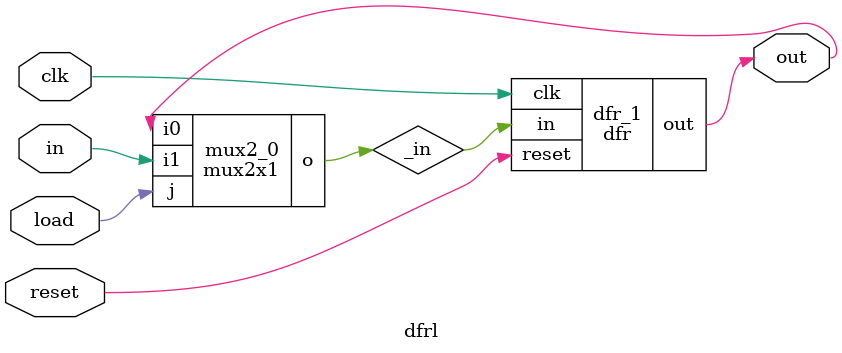
<source format=v>
module invert (input wire i, output wire o);
    assign o = !i;
endmodule

module and2 (input wire i0, i1, output wire o);
  assign o = i0 & i1;
endmodule

module mux2x1 (input wire i0, i1, j, output wire o);
  assign o = (j==0)?i0:i1;
endmodule

module df (input wire clk, in, output wire out);
  reg df_out;
  always@(posedge clk) df_out <= in;
  assign out = df_out;
endmodule

module dfr (input wire clk, reset, in, output wire out);
  wire reset_, df_in;
  invert invert_0 (reset, reset_);
  and2 and2_0 (in, reset_, df_in);
  df df_0 (clk, df_in, out);
endmodule

module dfrl (input wire clk, reset, load, in, output wire out);
  wire _in;
  mux2x1 mux2_0(out, in, load, _in);
  dfr dfr_1(clk, reset, _in, out);
endmodule
</source>
